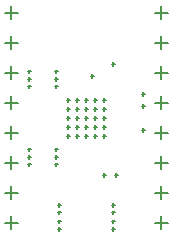
<source format=gbr>
%TF.GenerationSoftware,Altium Limited,Altium Designer,20.1.11 (218)*%
G04 Layer_Color=128*
%FSLAX44Y44*%
%MOMM*%
%TF.SameCoordinates,F7C42081-5D13-43C0-8CCF-545252F55ED2*%
%TF.FilePolarity,Positive*%
%TF.FileFunction,Drillmap*%
%TF.Part,Single*%
G01*
G75*
%TA.AperFunction,NonConductor*%
%ADD43C,0.1270*%
D43*
X134200Y63500D02*
X145200D01*
X139700Y58000D02*
Y69000D01*
X7200Y12700D02*
X18200D01*
X12700Y7200D02*
Y18200D01*
X7200Y38100D02*
X18200D01*
X12700Y32600D02*
Y43600D01*
X7200Y88900D02*
X18200D01*
X12700Y83400D02*
Y94400D01*
X7200Y139700D02*
X18200D01*
X12700Y134200D02*
Y145200D01*
X7200Y190500D02*
X18200D01*
X12700Y185000D02*
Y196000D01*
X7200Y165100D02*
X18200D01*
X12700Y159600D02*
Y170600D01*
X7200Y114300D02*
X18200D01*
X12700Y108800D02*
Y119800D01*
X7200Y63500D02*
X18200D01*
X12700Y58000D02*
Y69000D01*
X134200Y12700D02*
X145200D01*
X139700Y7200D02*
Y18200D01*
X134200Y38100D02*
X145200D01*
X139700Y32600D02*
Y43600D01*
X134200Y88900D02*
X145200D01*
X139700Y83400D02*
Y94400D01*
X134200Y139700D02*
X145200D01*
X139700Y134200D02*
Y145200D01*
X134200Y190500D02*
X145200D01*
X139700Y185000D02*
Y196000D01*
X134200Y165100D02*
X145200D01*
X139700Y159600D02*
Y170600D01*
X134200Y114300D02*
X145200D01*
X139700Y108800D02*
Y119800D01*
X51840Y13970D02*
X54840D01*
X53340Y12470D02*
Y15470D01*
X59460Y116840D02*
X62460D01*
X60960Y115340D02*
Y118340D01*
X59460Y109220D02*
X62460D01*
X60960Y107720D02*
Y110720D01*
X59460Y101600D02*
X62460D01*
X60960Y100100D02*
Y103100D01*
X67080Y116840D02*
X70080D01*
X68580Y115340D02*
Y118340D01*
X67080Y109220D02*
X70080D01*
X68580Y107720D02*
Y110720D01*
X67080Y101600D02*
X70080D01*
X68580Y100100D02*
Y103100D01*
X74700Y116840D02*
X77700D01*
X76200Y115340D02*
Y118340D01*
X74700Y109220D02*
X77700D01*
X76200Y107720D02*
Y110720D01*
X74700Y101600D02*
X77700D01*
X76200Y100100D02*
Y103100D01*
X82320Y116840D02*
X85320D01*
X83820Y115340D02*
Y118340D01*
X82320Y109220D02*
X85320D01*
X83820Y107720D02*
Y110720D01*
X82320Y101600D02*
X85320D01*
X83820Y100100D02*
Y103100D01*
X59460Y93980D02*
X62460D01*
X60960Y92480D02*
Y95480D01*
X67080Y93980D02*
X70080D01*
X68580Y92480D02*
Y95480D01*
X74700Y93980D02*
X77700D01*
X76200Y92480D02*
Y95480D01*
X82320Y93980D02*
X85320D01*
X83820Y92480D02*
Y95480D01*
X89940Y116840D02*
X92940D01*
X91440Y115340D02*
Y118340D01*
X89940Y109220D02*
X92940D01*
X91440Y107720D02*
Y110720D01*
X89940Y101600D02*
X92940D01*
X91440Y100100D02*
Y103100D01*
X89940Y93980D02*
X92940D01*
X91440Y92480D02*
Y95480D01*
X74700Y86360D02*
X77700D01*
X76200Y84860D02*
Y87860D01*
X82320Y86360D02*
X85320D01*
X83820Y84860D02*
Y87860D01*
X67080Y86360D02*
X70080D01*
X68580Y84860D02*
Y87860D01*
X59460Y86360D02*
X62460D01*
X60960Y84860D02*
Y87860D01*
X89940Y86360D02*
X92940D01*
X91440Y84860D02*
Y87860D01*
X97560Y13970D02*
X100560D01*
X99060Y12470D02*
Y15470D01*
X97560Y21590D02*
X100560D01*
X99060Y20090D02*
Y23090D01*
X51840Y21590D02*
X54840D01*
X53340Y20090D02*
Y23090D01*
X49300Y68580D02*
X52300D01*
X50800Y67080D02*
Y70080D01*
X49300Y62230D02*
X52300D01*
X50800Y60730D02*
Y63730D01*
X26440Y68580D02*
X29440D01*
X27940Y67080D02*
Y70080D01*
X26440Y62230D02*
X29440D01*
X27940Y60730D02*
Y63730D01*
X49300Y134620D02*
X52300D01*
X50800Y133120D02*
Y136120D01*
X49300Y140970D02*
X52300D01*
X50800Y139470D02*
Y142470D01*
X26440Y134620D02*
X29440D01*
X27940Y133120D02*
Y136120D01*
X26440Y140970D02*
X29440D01*
X27940Y139470D02*
Y142470D01*
X122960Y91440D02*
X125960D01*
X124460Y89940D02*
Y92940D01*
X49300Y128270D02*
X52300D01*
X50800Y126770D02*
Y129770D01*
X26440Y128270D02*
X29440D01*
X27940Y126770D02*
Y129770D01*
X79780Y137160D02*
X82780D01*
X81280Y135660D02*
Y138660D01*
X100100Y53340D02*
X103100D01*
X101600Y51840D02*
Y54840D01*
X89940Y53340D02*
X92940D01*
X91440Y51840D02*
Y54840D01*
X97560Y27940D02*
X100560D01*
X99060Y26440D02*
Y29440D01*
X122960Y121920D02*
X125960D01*
X124460Y120420D02*
Y123420D01*
X122960Y111760D02*
X125960D01*
X124460Y110260D02*
Y113260D01*
X97560Y147320D02*
X100560D01*
X99060Y145820D02*
Y148820D01*
X97560Y7620D02*
X100560D01*
X99060Y6120D02*
Y9120D01*
X51840Y7620D02*
X54840D01*
X53340Y6120D02*
Y9120D01*
X51840Y27940D02*
X54840D01*
X53340Y26440D02*
Y29440D01*
X49300Y74930D02*
X52300D01*
X50800Y73430D02*
Y76430D01*
X26440Y74930D02*
X29440D01*
X27940Y73430D02*
Y76430D01*
%TF.MD5,1f45ab94c63ab15e5345cf4924ead41a*%
M02*

</source>
